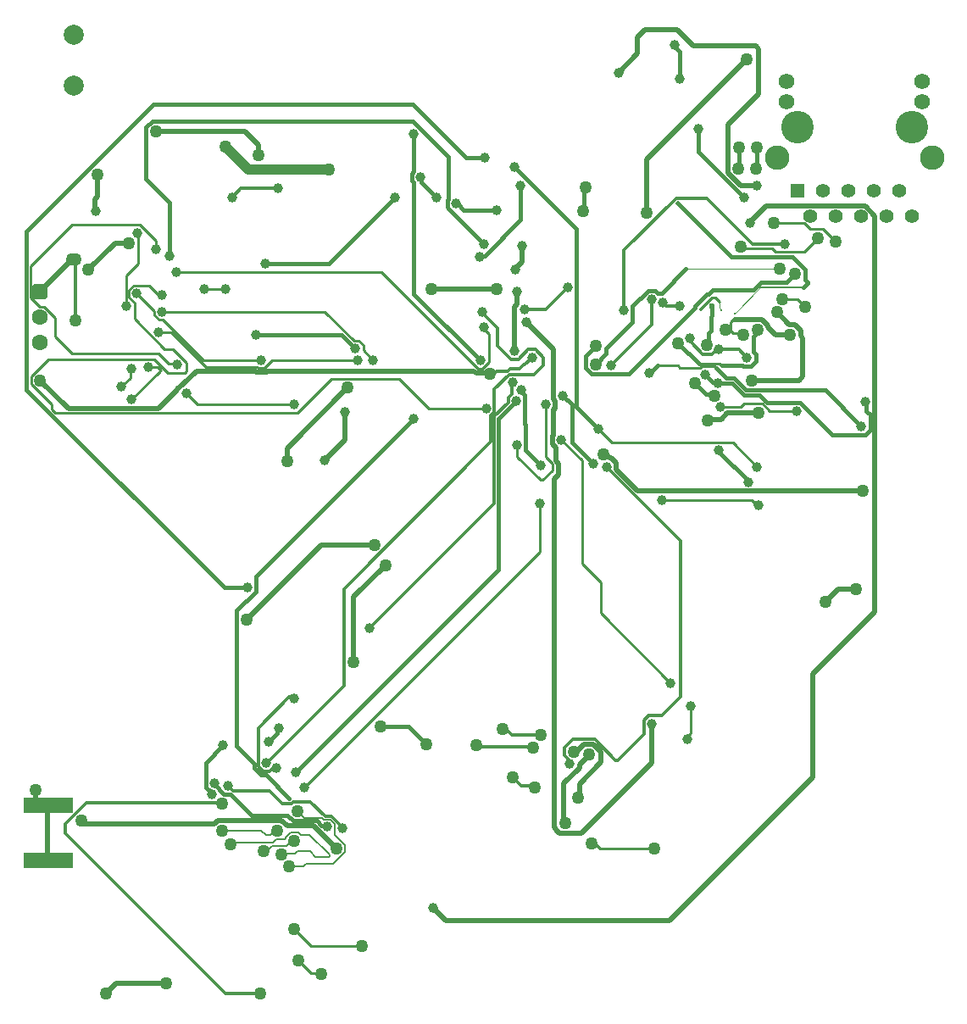
<source format=gbl>
G04*
G04 #@! TF.GenerationSoftware,Altium Limited,Altium Designer,25.8.1 (18)*
G04*
G04 Layer_Physical_Order=2*
G04 Layer_Color=16711680*
%FSLAX44Y44*%
%MOMM*%
G71*
G04*
G04 #@! TF.SameCoordinates,5D46F635-8B12-49F8-90BD-38314D954B60*
G04*
G04*
G04 #@! TF.FilePolarity,Positive*
G04*
G01*
G75*
%ADD11C,0.2000*%
%ADD13C,0.2540*%
%ADD17R,5.0000X1.6000*%
%ADD78C,1.5700*%
%ADD79C,2.4500*%
%ADD82C,1.4000*%
%ADD83R,1.4000X1.4000*%
%ADD84C,3.2500*%
%ADD92C,0.1000*%
%ADD95C,0.5000*%
%ADD96C,0.3000*%
%ADD97C,0.4000*%
%ADD98C,0.1500*%
%ADD101C,1.0000*%
%ADD104C,2.0000*%
G04:AMPARAMS|DCode=105|XSize=1.6mm|YSize=1.6mm|CornerRadius=0.4mm|HoleSize=0mm|Usage=FLASHONLY|Rotation=270.000|XOffset=0mm|YOffset=0mm|HoleType=Round|Shape=RoundedRectangle|*
%AMROUNDEDRECTD105*
21,1,1.6000,0.8000,0,0,270.0*
21,1,0.8000,1.6000,0,0,270.0*
1,1,0.8000,-0.4000,-0.4000*
1,1,0.8000,-0.4000,0.4000*
1,1,0.8000,0.4000,0.4000*
1,1,0.8000,0.4000,-0.4000*
%
%ADD105ROUNDEDRECTD105*%
%ADD106C,1.6000*%
%ADD107C,1.0000*%
%ADD108C,1.2700*%
%ADD109C,0.3000*%
%ADD110C,0.5000*%
%ADD111C,0.6000*%
%ADD112C,0.2000*%
D11*
X267715Y175360D02*
X272695Y180340D01*
X275590D01*
X252992Y175360D02*
X267715D01*
X251279Y185794D02*
X255635Y190150D01*
X258530D01*
X247276Y185794D02*
X251279D01*
X247722Y170090D02*
X252992Y175360D01*
X245039Y170090D02*
X247722D01*
X242570Y190500D02*
X247276Y185794D01*
X203200Y190500D02*
X242570D01*
D13*
X711200Y691001D02*
Y698576D01*
X497840Y563880D02*
X521332Y540388D01*
X497840Y563880D02*
Y575310D01*
X285640Y233680D02*
X520700Y468740D01*
Y516890D01*
X705891Y691001D02*
X711200D01*
X380400Y641834D02*
X410094Y612140D01*
X467360D01*
X576580Y594360D02*
X592940Y578000D01*
X713590D01*
X737870Y553720D01*
X737121Y515620D02*
X739140D01*
X732151Y520590D02*
X737121Y515620D01*
X642620Y520590D02*
X732151D01*
X533550Y550502D02*
Y556938D01*
X523436Y540388D02*
X533550Y550502D01*
X527050Y563438D02*
X533550Y556938D01*
X527050Y563438D02*
Y615950D01*
X470050Y658208D02*
Y686191D01*
X463202Y651360D02*
X470050Y658208D01*
X459062Y651360D02*
X463202D01*
X521332Y540388D02*
X523436D01*
X668020Y281940D02*
Y283959D01*
X671830Y287769D01*
Y314960D01*
X581660Y407670D02*
X651510Y337820D01*
X581660Y407670D02*
Y438150D01*
X562689Y457121D02*
X581660Y438150D01*
X562689Y457121D02*
Y559991D01*
X542290Y580390D02*
X562689Y559991D01*
X344320Y670410D02*
X354330Y660400D01*
X306070Y708660D02*
X335130Y679600D01*
X344320Y670410D02*
Y675048D01*
X335130Y679600D02*
X339768D01*
X344320Y675048D01*
X253558Y660400D02*
X339090D01*
X362392Y748030D02*
X459062Y651360D01*
X157480Y748030D02*
X362392D01*
X143510Y708660D02*
X306070D01*
X137160Y770890D02*
Y779548D01*
X121418Y795290D02*
X137160Y779548D01*
X119610Y757016D02*
Y786110D01*
X118200Y787520D02*
X119610Y786110D01*
X33020Y610870D02*
Y615752D01*
X12470Y636302D02*
X33020Y615752D01*
Y610870D02*
X36130Y607760D01*
X278388D01*
X11820Y754162D02*
X52948Y795290D01*
X11820Y722590D02*
Y754162D01*
X52948Y795290D02*
X121418D01*
X11820Y722590D02*
X21060Y713350D01*
X464820Y691421D02*
Y693420D01*
Y691421D02*
X470050Y686191D01*
X139700Y725170D02*
X143510D01*
X130210Y734660D02*
X139700Y725170D01*
X114892Y734660D02*
X130210D01*
X110340Y730108D02*
X114892Y734660D01*
X110340Y723021D02*
Y730108D01*
Y723021D02*
X115658Y717703D01*
Y701394D02*
Y717703D01*
Y701394D02*
X145632Y671420D01*
X153939D01*
X167640Y657719D01*
Y649188D02*
Y657719D01*
X166152Y647700D02*
X167640Y649188D01*
X149079Y647700D02*
X166152D01*
X135705Y661074D02*
X149079Y647700D01*
X29687Y661074D02*
X135705D01*
X12470Y643858D02*
X29687Y661074D01*
X12470Y636302D02*
Y643858D01*
X278388Y607760D02*
X312462Y641834D01*
X380400D01*
X107300Y744706D02*
X119610Y757016D01*
X107300Y715073D02*
X107888Y714485D01*
X107300Y715073D02*
Y744706D01*
X157860Y656510D02*
X158750Y655620D01*
X149940Y656510D02*
X157860D01*
X139700Y666750D02*
X149940Y656510D01*
X53340Y666750D02*
X139700D01*
X113030Y621030D02*
X141559Y649559D01*
X129380Y653304D02*
X139176D01*
X142240Y650240D01*
X21060Y713350D02*
X25637D01*
X36558Y683532D02*
Y702428D01*
X25637Y713350D02*
X36558Y702428D01*
X167640Y627380D02*
X179070Y615950D01*
X275590D01*
X135740Y705442D02*
X140292Y700890D01*
X118110Y726890D02*
X135740Y709260D01*
X144110Y700890D02*
X184600Y660400D01*
X135740Y705442D02*
Y709260D01*
X140292Y700890D02*
X144110D01*
X245788Y652630D02*
X253558Y660400D01*
X239352Y652630D02*
X245788D01*
X238234Y653748D02*
X239352Y652630D01*
X186953Y653748D02*
X238234D01*
X152361Y688340D02*
X186953Y653748D01*
X139700Y688340D02*
X152361D01*
X184600Y660400D02*
X242570D01*
X36558Y683532D02*
X53340Y666750D01*
X185420Y731520D02*
X207010D01*
X111840Y650320D02*
X113030Y651510D01*
X111840Y642700D02*
Y650320D01*
X102870Y633730D02*
X111840Y642700D01*
X754380Y797560D02*
X784637D01*
X769178Y768350D02*
X784860D01*
X769028Y768200D02*
X769178Y768350D01*
X762442D02*
X762592Y768200D01*
X769028D01*
X756390Y768350D02*
X762442D01*
X681107Y652725D02*
X682209Y653828D01*
X700541Y656868D02*
X702088Y655320D01*
X680577Y656495D02*
X680950Y656868D01*
X696044Y653828D02*
X697147Y652725D01*
X682209Y653828D02*
X696044D01*
X680950Y656868D02*
X700541D01*
X638246Y654930D02*
X658574D01*
X702088Y655320D02*
X703121D01*
X660779Y652725D02*
X681107D01*
X658574Y654930D02*
X660779Y652725D01*
X679545Y656495D02*
X680577D01*
X713847Y687193D02*
X722536D01*
X724007Y685722D01*
X713684Y701059D02*
X715091D01*
X711200Y698576D02*
X713684Y701059D01*
X707043Y689850D02*
X711190D01*
X713847Y687193D01*
X705891Y691001D02*
X707043Y689850D01*
X763270Y721360D02*
X778510D01*
X786130Y713740D01*
X750513Y609600D02*
X777240D01*
X724881Y616751D02*
X743362D01*
X750513Y609600D01*
X721540Y613410D02*
X724881Y616751D01*
X701040Y613410D02*
X721540D01*
X784860Y768350D02*
X798830Y782320D01*
X752580Y772160D02*
X756390Y768350D01*
X721360Y773660D02*
X722860Y772160D01*
X752580D01*
X680720Y711041D02*
X692309Y722630D01*
X696339D01*
X700500Y718469D01*
X803680Y791440D02*
X816610Y778510D01*
X790757Y791440D02*
X803680D01*
X784637Y797560D02*
X790757Y791440D01*
X572770Y177800D02*
X575519D01*
X580599Y172720D01*
X635000D01*
X292515Y74930D02*
X342900D01*
X275080Y92365D02*
X292515Y74930D01*
X300990Y48260D02*
X302260Y46990D01*
X292100Y48260D02*
X300990D01*
X279400Y60960D02*
X292100Y48260D01*
D17*
X29420Y160260D02*
D03*
Y215660D02*
D03*
D78*
X902970Y918230D02*
D03*
Y938530D02*
D03*
X767270Y918230D02*
D03*
Y938530D02*
D03*
D79*
X912620Y862330D02*
D03*
X757620D02*
D03*
D82*
X892270Y803930D02*
D03*
X879570Y829330D02*
D03*
X866870Y803930D02*
D03*
X854170Y829330D02*
D03*
X841470Y803930D02*
D03*
X828770Y829330D02*
D03*
X816070Y803930D02*
D03*
X803370Y829330D02*
D03*
X790670Y803930D02*
D03*
D83*
X777970Y829330D02*
D03*
D84*
Y892830D02*
D03*
X892270D02*
D03*
D92*
X666750Y751840D02*
X760730D01*
X715285Y707099D02*
X740976Y732790D01*
X715082Y707099D02*
X715285D01*
X700500Y712781D02*
Y718469D01*
X702310Y710430D02*
Y710971D01*
X700500Y712781D02*
X702310Y710971D01*
X788526Y737186D02*
Y738014D01*
D95*
X198913Y200850D02*
X262467D01*
X17272Y215660D02*
Y230886D01*
X29210Y160260D02*
Y215660D01*
X294884Y195082D02*
X317246Y172720D01*
X268236Y195082D02*
X294884D01*
X262467Y200850D02*
X268236Y195082D01*
X302514Y475996D02*
X355854D01*
X227838Y401320D02*
X302514Y475996D01*
X457293Y647090D02*
X470510D01*
X471170Y646430D01*
X537210Y559317D02*
Y572742D01*
Y559317D02*
X539750Y556777D01*
Y546100D02*
Y556777D01*
X535390Y541740D02*
X539750Y546100D01*
X535390Y193833D02*
Y541740D01*
X537210Y191103D02*
Y192013D01*
X535390Y193833D02*
X537210Y192013D01*
Y191103D02*
X540543Y187770D01*
X544830Y199030D02*
X545740Y198120D01*
X544830Y199030D02*
Y237490D01*
X533290Y576662D02*
X537210Y572742D01*
X534560Y585388D02*
Y610732D01*
X536050Y612222D01*
Y619678D01*
X533290Y584118D02*
X534560Y585388D01*
X533290Y576662D02*
Y584118D01*
X540543Y187770D02*
X562420D01*
X534560Y621168D02*
Y671050D01*
X507110Y698500D02*
X534560Y671050D01*
Y621168D02*
X536050Y619678D01*
X632460Y257810D02*
Y297180D01*
X562420Y187770D02*
X632460Y257810D01*
X544830Y237490D02*
X560115Y252775D01*
Y256310D01*
X557074Y269240D02*
X564686Y276852D01*
X569509Y265705D02*
Y266502D01*
X573796Y276852D02*
X581850Y268799D01*
Y258704D02*
Y268799D01*
X560115Y256310D02*
X569509Y265705D01*
X564686Y276852D02*
X573796D01*
X597010Y551084D02*
Y557448D01*
X618504Y529590D02*
X843280D01*
X597010Y551084D02*
X618504Y529590D01*
X495300Y669290D02*
Y713768D01*
X497840Y716308D01*
Y728980D01*
X584480Y566076D02*
X586563D01*
X589919Y562720D02*
X591738D01*
X597010Y557448D01*
X586563Y566076D02*
X589919Y562720D01*
X502708Y758061D02*
Y774488D01*
X496570Y751923D02*
X502708Y758061D01*
X496570Y750570D02*
Y751923D01*
X96520Y777240D02*
X110490D01*
X69850Y750570D02*
X96520Y777240D01*
X454905Y649478D02*
X457293Y647090D01*
X248675Y649478D02*
X454905D01*
X247557Y648360D02*
X248675Y649478D01*
X237583Y648360D02*
X247557D01*
X158640Y630572D02*
Y631108D01*
X163912Y636380D01*
X164448D01*
X140098Y612030D02*
X158640Y630572D01*
X164448Y636380D02*
X177546Y649478D01*
X49640Y612030D02*
X140098D01*
X21590Y640080D02*
X49640Y612030D01*
X177546Y649478D02*
X236465D01*
X237583Y648360D01*
X306070Y560070D02*
X326390Y580390D01*
Y608330D01*
X76513Y809947D02*
X77470Y808990D01*
X76513Y809947D02*
Y818837D01*
X76200Y819150D02*
X76513Y818837D01*
X739140Y926132D02*
Y971161D01*
X674370Y974090D02*
X736211D01*
X657860Y990600D02*
X674370Y974090D01*
X736211D02*
X739140Y971161D01*
X721583Y834390D02*
X736600D01*
X737191Y834981D01*
X730624Y797934D02*
X746620Y813930D01*
X730624Y797186D02*
Y797934D01*
X599440Y947420D02*
X618490Y966470D01*
Y982980D01*
X626110Y990600D01*
X657860D01*
X708470Y895462D02*
X739140Y926132D01*
X708470Y847503D02*
Y895462D01*
Y847503D02*
X721583Y834390D01*
X627380Y807720D02*
Y861060D01*
X726984Y960664D01*
X414020Y113030D02*
X426720Y100330D01*
X650240D01*
X793750Y243840D01*
Y346710D01*
X855510Y408470D01*
Y804032D01*
X845612Y813930D02*
X855510Y804032D01*
X746620Y813930D02*
X845612D01*
X775177Y696150D02*
X781240Y690087D01*
X769737Y696150D02*
X775177D01*
X781240Y684647D02*
X783590Y682297D01*
X757503Y708384D02*
X769737Y696150D01*
X781240Y684647D02*
Y690087D01*
X732790Y640080D02*
X779780D01*
X783590Y643890D02*
Y682297D01*
X779780Y640080D02*
X783590Y643890D01*
X748239Y693286D02*
X755724Y685800D01*
X770890D01*
X748239Y693286D02*
Y695069D01*
X727778Y701132D02*
X742176D01*
X748239Y695069D01*
X727706Y701059D02*
X727778Y701132D01*
X715091Y701059D02*
X727706D01*
X707989Y607631D02*
X739584D01*
X701631Y601273D02*
X707989Y607631D01*
X690173Y601273D02*
X701631D01*
X688700Y599800D02*
X690173Y601273D01*
X819150Y431800D02*
X836930D01*
X806450Y419100D02*
X819150Y431800D01*
X21590Y728980D02*
X53340Y760730D01*
X29210Y215660D02*
X29420D01*
X17272D02*
X29210D01*
Y160260D02*
X29420D01*
X97790Y38100D02*
X147320D01*
X87630Y27940D02*
X97790Y38100D01*
X560223Y237077D02*
X581850Y258704D01*
X560223Y224993D02*
Y237077D01*
X558750Y223520D02*
X560223Y224993D01*
X554990Y269240D02*
X557074D01*
X63104Y200294D02*
X66040Y197358D01*
X195421Y197358D02*
X198913Y200850D01*
X66040Y197358D02*
X195421D01*
X268224Y559562D02*
Y572008D01*
X328930Y632714D01*
X334264Y358648D02*
Y423672D01*
X366268Y455676D01*
X411988Y731012D02*
X477774D01*
X239776Y865378D02*
Y875030D01*
X225806Y889000D02*
X239776Y875030D01*
X137160Y889000D02*
X225806D01*
X76200Y819150D02*
Y821234D01*
X78740Y823774D01*
Y845820D01*
D96*
X57150Y699770D02*
Y760730D01*
X306230Y204310D02*
X312752D01*
X291258Y219282D02*
X306230Y204310D01*
X312752D02*
X323110Y193952D01*
Y193040D02*
Y193952D01*
X202332Y218333D02*
X203382Y217283D01*
X214365Y229870D02*
X250767D01*
X263427Y217210D02*
X272598D01*
X56420Y206833D02*
X67921Y218333D01*
X202332D01*
X250767Y229870D02*
X263427Y217210D01*
X208782Y235452D02*
X214365Y229870D01*
X489370Y617886D02*
Y623196D01*
X492380Y626206D01*
Y636740D01*
X475360Y603877D02*
X489370Y617886D01*
X475360Y517270D02*
Y603877D01*
X350520Y392430D02*
X475360Y517270D01*
X324914Y431833D02*
X471860Y578779D01*
Y605326D01*
X475360Y608826D01*
X247713Y257873D02*
X324914Y335074D01*
Y431833D01*
X274320Y323850D02*
X275590Y322580D01*
X270510Y323850D02*
X274320D01*
X239524Y292864D02*
X270510Y323850D01*
X239524Y254559D02*
Y292864D01*
Y254559D02*
X244210Y249873D01*
X250838D01*
X252355Y251391D01*
X256471D01*
X257810Y252730D01*
X247524Y257873D02*
X247713D01*
X473026Y648286D02*
X477093D01*
X477777Y648970D02*
X488347D01*
X490887Y651510D01*
X471170Y646430D02*
X473026Y648286D01*
X477093D02*
X477777Y648970D01*
X500349Y651510D02*
X504430Y655592D01*
X490887Y651510D02*
X500349D01*
X463550Y707390D02*
Y708660D01*
Y707390D02*
X478403Y692537D01*
Y674873D02*
Y692537D01*
Y674873D02*
X491986Y661290D01*
X499321D01*
X508794Y670763D01*
X516129D01*
X524510Y662382D01*
Y655320D02*
Y662382D01*
X515225Y646035D02*
X524510Y655320D01*
X490361Y646035D02*
X515225D01*
X475360Y631033D02*
X490361Y646035D01*
X475360Y608826D02*
Y631033D01*
X492380Y636740D02*
X493675Y638035D01*
X504430Y655592D02*
X505643D01*
X274669Y219282D02*
X291258D01*
X272598Y217210D02*
X274669Y219282D01*
X505643Y655592D02*
X512815Y662763D01*
X598659Y260839D02*
X624460Y286640D01*
X596174Y260839D02*
X598659D01*
X661670Y323850D02*
Y480060D01*
X575660Y281352D02*
X596174Y260839D01*
X643000Y305180D02*
X661670Y323850D01*
X629146Y305180D02*
X643000D01*
X624460Y300494D02*
X629146Y305180D01*
X624460Y286640D02*
Y300494D01*
X588010Y553720D02*
X661670Y480060D01*
X550630Y259403D02*
X551117Y259890D01*
X550630Y257152D02*
Y259403D01*
X553879Y281352D02*
X575660D01*
X545640Y265367D02*
X549291Y261716D01*
Y260386D02*
X549786Y259890D01*
X545640Y265367D02*
Y273113D01*
X549786Y259890D02*
X551117D01*
X545640Y273113D02*
X553879Y281352D01*
X549291Y260386D02*
Y261716D01*
X591820Y655320D02*
X632460Y695960D01*
Y721360D01*
X604520Y709860D02*
Y769835D01*
X643293Y717501D02*
X646647Y714147D01*
X505460Y711200D02*
X527050D01*
X548640Y732790D01*
X213360Y822960D02*
X222250Y831850D01*
X259080D01*
X604520Y769835D02*
X656835Y822150D01*
X687286D01*
X733465Y775970D01*
X765810D01*
X646647Y714147D02*
X660748D01*
X670720Y682460D02*
X672059Y681121D01*
Y677600D02*
Y681121D01*
Y677600D02*
X683686Y665973D01*
X692831D01*
X697713Y670854D01*
X699607D01*
X719796D01*
X727710Y662940D01*
X494030Y243840D02*
X502334Y235536D01*
X513764D02*
X515620Y233680D01*
X502334Y235536D02*
X513764D01*
X483870Y292100D02*
X486495D01*
X492845Y285750D01*
X521970D01*
X458470Y274320D02*
X513080D01*
X207010Y27940D02*
X241300D01*
X46990Y187960D02*
X207010Y27940D01*
X46990Y187960D02*
Y197402D01*
X56420Y206832D01*
Y206833D01*
D97*
X307462Y195458D02*
X308610Y194310D01*
X302382Y195458D02*
X307462D01*
X297758Y200082D02*
X302382Y195458D01*
X274387Y200082D02*
X297758D01*
X268619Y205850D02*
X274387Y200082D01*
X232728Y205850D02*
X268619D01*
X211625Y226952D02*
X232728Y205850D01*
X205261Y226952D02*
X211625D01*
X195580Y236634D02*
X205261Y226952D01*
X195580Y236634D02*
Y237490D01*
X187080Y233668D02*
Y258200D01*
Y233668D02*
X192791Y227957D01*
Y226333D02*
Y227957D01*
X187080Y258200D02*
X204470Y275590D01*
X258451Y291471D02*
X259599Y292619D01*
X258451Y287661D02*
Y291471D01*
X250190Y279400D02*
X258451Y287661D01*
X217988Y274772D02*
Y410307D01*
Y274772D02*
X235524Y257236D01*
Y252902D02*
X242554Y245873D01*
X235524Y252902D02*
Y257236D01*
X217988Y410307D02*
X237100Y429419D01*
X479360Y601873D02*
X497369Y619882D01*
X479360Y451420D02*
Y601873D01*
X276860Y248920D02*
X479360Y451420D01*
X505870Y596314D02*
X506340Y595843D01*
X502374Y628612D02*
X505870Y625117D01*
Y596314D02*
Y625117D01*
X502374Y628612D02*
Y630236D01*
X506340Y570620D02*
Y595843D01*
Y570620D02*
X521970Y554990D01*
X246887Y245873D02*
X270510Y222250D01*
X242554Y245873D02*
X246887D01*
X134660Y915670D02*
X393700D01*
X447040Y862330D01*
X466090D01*
X8050Y630508D02*
X205488Y433070D01*
X8050Y789060D02*
X134660Y915670D01*
X8050Y630508D02*
Y789060D01*
X205488Y433070D02*
X228600D01*
X394970Y726440D02*
X461132Y660278D01*
X552640Y578200D02*
Y615760D01*
Y578200D02*
X573977Y556863D01*
X543560Y624840D02*
X552640Y615760D01*
X613020Y713941D02*
X628939Y729860D01*
X613020Y698110D02*
Y713941D01*
X586776Y671866D02*
X613020Y698110D01*
X635981Y729860D02*
X638521Y727320D01*
X628939Y729860D02*
X635981D01*
X638521Y727320D02*
X642230D01*
X586776Y666602D02*
Y671866D01*
X642230Y727320D02*
X666750Y751840D01*
X576477Y656304D02*
X586776Y666602D01*
X237100Y429419D02*
Y444110D01*
X394970Y601980D01*
X322580Y685800D02*
X336550Y671830D01*
X237490Y685800D02*
X322580D01*
X246380Y756920D02*
X309880D01*
X375920Y822960D01*
X401320Y843280D02*
X402468Y842132D01*
Y838322D02*
Y842132D01*
Y838322D02*
X417830Y822960D01*
X436880Y816610D02*
X438504D01*
X444854Y810260D01*
X477520D01*
X151130Y764540D02*
Y817712D01*
X127310Y841532D02*
X151130Y817712D01*
X127310Y841532D02*
Y893080D01*
X394970Y726440D02*
Y837609D01*
X392820Y846801D02*
X394970Y848951D01*
X392820Y839759D02*
Y846801D01*
Y839759D02*
X394970Y837609D01*
Y848951D02*
Y886107D01*
X393938Y899160D02*
X429321Y863777D01*
X133390Y899160D02*
X393938D01*
X429321Y821072D02*
Y863777D01*
X428380Y813089D02*
Y820131D01*
X429321Y821072D01*
Y811469D02*
Y812148D01*
X428380Y813089D02*
X429321Y812148D01*
X557140Y613800D02*
X576580Y594360D01*
X557140Y613800D02*
Y791600D01*
X461010Y763270D02*
X462158Y764418D01*
X465289D01*
X501678Y800807D01*
Y834362D01*
X495300Y853440D02*
X557140Y791600D01*
X566627Y664001D02*
X576926Y674300D01*
X566627Y652224D02*
Y664001D01*
Y652224D02*
X572397Y646454D01*
X394793Y886283D02*
X394970Y886107D01*
X127310Y893080D02*
X133390Y899160D01*
X429321Y811469D02*
X464820Y775970D01*
X655320Y973736D02*
Y975360D01*
Y973736D02*
X660400Y968656D01*
Y941070D02*
Y968656D01*
X679450Y868680D02*
Y891540D01*
Y868680D02*
X725170Y822960D01*
X737235Y871855D02*
X737870Y872490D01*
X736600Y851790D02*
X737235Y852425D01*
Y871855D01*
X685858Y646058D02*
X693421Y638495D01*
X686780Y626568D02*
X693629D01*
X695293Y624903D01*
X707292Y642580D02*
X714415D01*
X685427Y646058D02*
X685858D01*
X697147Y652725D02*
X707292Y642580D01*
X693421Y638495D02*
X697545D01*
X675789Y637559D02*
X686780Y626568D01*
X659130Y676910D02*
X679545Y656495D01*
X572397Y646454D02*
X609664D01*
X675680Y712470D01*
Y714591D01*
X741460Y737870D02*
X766806D01*
X693460Y730250D02*
X733840D01*
X741460Y737870D01*
X766806D02*
X775696Y746760D01*
X775970D01*
X689570Y726360D02*
X693460Y730250D01*
X687449Y726360D02*
X689570D01*
X675680Y714591D02*
X687449Y726360D01*
X728980Y538590D02*
Y539805D01*
X699770Y569015D02*
Y570230D01*
Y569015D02*
X728980Y539805D01*
X687559Y675323D02*
X689224Y676988D01*
Y687382D02*
X691515Y689673D01*
Y703632D01*
X689224Y676988D02*
Y687382D01*
X733857Y668814D02*
X736210Y666461D01*
X724189Y654440D02*
X731231D01*
X703121Y655320D02*
X723309D01*
X733857Y668814D02*
Y683826D01*
X723309Y655320D02*
X724189Y654440D01*
X731231D02*
X736210Y659419D01*
Y666461D01*
X714415Y642580D02*
X726765Y630230D01*
X747963Y617481D02*
X773101D01*
X813001Y585860D02*
X845531D01*
X773719Y618100D02*
X780761D01*
X813001Y585860D01*
X724901Y625730D02*
X739714D01*
X773101Y617481D02*
X773719Y618100D01*
X713091Y637540D02*
X724901Y625730D01*
X739714D02*
X747963Y617481D01*
X697545Y638495D02*
X698500Y637540D01*
X629920Y647700D02*
X631016D01*
X698693Y637347D02*
X698887Y637540D01*
X713091D01*
X631016Y647700D02*
X638246Y654930D01*
X845820Y618490D02*
X846968Y617342D01*
Y609722D02*
Y617342D01*
Y609722D02*
X850510Y606180D01*
Y590839D02*
Y606180D01*
X845531Y585860D02*
X850510Y590839D01*
X726765Y630230D02*
X806140D01*
X842010Y594360D01*
X784130Y732790D02*
X788526Y737186D01*
X786130Y740410D02*
X788526Y738014D01*
X711930Y763810D02*
X772850D01*
X786130Y740410D02*
Y750530D01*
X772850Y763810D02*
X786130Y750530D01*
X659130Y816610D02*
X711930Y763810D01*
X691515Y703632D02*
X692528Y704645D01*
Y714632D01*
X563880Y808990D02*
X565150Y810260D01*
Y831850D02*
X566420Y833120D01*
X565150Y810260D02*
Y831850D01*
X733857Y683826D02*
X738174Y688142D01*
Y690497D01*
X718820Y851790D02*
X719455Y852425D01*
Y871855D01*
X720090Y872490D01*
X361950Y294640D02*
X389890D01*
X407670Y276860D01*
D98*
X315860Y186268D02*
Y197313D01*
X305091Y201560D02*
X311613D01*
X315860Y186268D02*
X325846Y176282D01*
X285618Y203332D02*
X303319D01*
X311613Y201560D02*
X315860Y197313D01*
X303319Y203332D02*
X305091Y201560D01*
X279018Y209932D02*
X285618Y203332D01*
X290611Y186400D02*
X310770Y166241D01*
X281692Y186400D02*
X290611D01*
X278467Y209932D02*
X279018D01*
X740976Y732790D02*
X784130D01*
X457200Y275590D02*
X458470Y274320D01*
X513080D02*
X514350Y273050D01*
X241566Y178780D02*
X254300D01*
X213766Y178206D02*
X240993D01*
X241566Y178780D01*
X257070Y181550D02*
X265908D01*
X270510Y154940D02*
X284480D01*
X254300Y178780D02*
X257070Y181550D01*
X263217Y167450D02*
X276132D01*
X262277Y166510D02*
X263217Y167450D01*
X284480Y154940D02*
X287020Y157480D01*
X276132Y167450D02*
X278289Y169606D01*
X272028Y188940D02*
X279152D01*
X265908Y181550D02*
X266990Y182632D01*
Y183902D01*
X272028Y188940D01*
X279152D02*
X281692Y186400D01*
X278289Y169606D02*
X291039D01*
X296525Y164120D01*
X287020Y157480D02*
X314168D01*
X325846Y169158D01*
Y176282D01*
X296525Y164120D02*
X309891D01*
X310770Y164999D02*
Y166241D01*
X309891Y164120D02*
X310770Y164999D01*
X212090Y176530D02*
X213766Y178206D01*
D101*
X206738Y873760D02*
X229598Y850900D01*
X309880D01*
D104*
X55150Y934720D02*
D03*
Y985520D02*
D03*
D105*
X21590Y728980D02*
D03*
D106*
Y703580D02*
D03*
Y678180D02*
D03*
D107*
X308610Y194310D02*
D03*
X195580Y237490D02*
D03*
X323110Y193040D02*
D03*
X192791Y226333D02*
D03*
X259599Y292619D02*
D03*
X250190Y279400D02*
D03*
X204470Y275590D02*
D03*
X208782Y235452D02*
D03*
X497369Y619882D02*
D03*
X276860Y248920D02*
D03*
X502374Y630236D02*
D03*
X275590Y322580D02*
D03*
X257810Y252730D02*
D03*
X247524Y257873D02*
D03*
X463550Y708660D02*
D03*
X493675Y638035D02*
D03*
X350520Y392430D02*
D03*
X466090Y862330D02*
D03*
X228600Y433070D02*
D03*
X737870Y553720D02*
D03*
X739140Y515620D02*
D03*
X642620Y520590D02*
D03*
X520700Y516890D02*
D03*
X285640Y233680D02*
D03*
X521970Y554990D02*
D03*
X461132Y660278D02*
D03*
X497840Y575310D02*
D03*
X527050Y615950D02*
D03*
X512815Y662763D02*
D03*
X668020Y281940D02*
D03*
X671830Y314960D02*
D03*
X651510Y337820D02*
D03*
X632460Y297180D02*
D03*
X542290Y580390D02*
D03*
X507110Y698500D02*
D03*
X543560Y624840D02*
D03*
X495300Y669290D02*
D03*
X497840Y728980D02*
D03*
X550630Y257152D02*
D03*
X588010Y553720D02*
D03*
X591820Y655320D02*
D03*
X632460Y721360D02*
D03*
X502708Y774488D02*
D03*
X643293Y717501D02*
D03*
X604520Y709860D02*
D03*
X496570Y750570D02*
D03*
X394970Y601980D02*
D03*
X336550Y671830D02*
D03*
X237490Y685800D02*
D03*
X246380Y756920D02*
D03*
X375920Y822960D02*
D03*
X401320Y843280D02*
D03*
X417830Y822960D02*
D03*
X436880Y816610D02*
D03*
X477520Y810260D02*
D03*
X118200Y787520D02*
D03*
X573977Y556863D02*
D03*
X461010Y763270D02*
D03*
X501678Y834362D02*
D03*
X579120Y591820D02*
D03*
X495300Y853440D02*
D03*
X394793Y886283D02*
D03*
X464820Y693420D02*
D03*
X157480Y748030D02*
D03*
X143510Y725170D02*
D03*
X467360Y612140D02*
D03*
X158750Y655620D02*
D03*
X167640Y627380D02*
D03*
X339090Y660400D02*
D03*
X151130Y764540D02*
D03*
X464820Y775970D02*
D03*
X354330Y660400D02*
D03*
X143510Y708660D02*
D03*
X139700Y688340D02*
D03*
X242570Y660400D02*
D03*
X107888Y714485D02*
D03*
X118110Y726890D02*
D03*
X275590Y615950D02*
D03*
X137160Y770890D02*
D03*
X185420Y731520D02*
D03*
X306070Y560070D02*
D03*
X326390Y608330D02*
D03*
X505460Y711200D02*
D03*
X548640Y732790D02*
D03*
X259080Y831850D02*
D03*
X213360Y822960D02*
D03*
X77470Y808990D02*
D03*
X113030Y621030D02*
D03*
X129380Y653304D02*
D03*
X113030Y651510D02*
D03*
X102870Y633730D02*
D03*
X207010Y731520D02*
D03*
X655320Y975360D02*
D03*
X660400Y941070D02*
D03*
X679450Y891540D02*
D03*
X725170Y822960D02*
D03*
X737191Y834981D02*
D03*
X730624Y797186D02*
D03*
X599440Y947420D02*
D03*
X414020Y113030D02*
D03*
X765810Y775970D02*
D03*
X660748Y714147D02*
D03*
X670720Y682460D02*
D03*
X685427Y646058D02*
D03*
X728980Y538590D02*
D03*
X699770Y570230D02*
D03*
X727710Y662940D02*
D03*
X699607Y670854D02*
D03*
X777240Y609600D02*
D03*
X701040Y613410D02*
D03*
X698693Y637347D02*
D03*
X845820Y618490D02*
D03*
X629920Y647700D02*
D03*
X842010Y594360D02*
D03*
D108*
X203382Y217283D02*
D03*
X278467Y209932D02*
D03*
X355854Y475996D02*
D03*
X227838Y401320D02*
D03*
X471170Y646430D02*
D03*
X545740Y198120D02*
D03*
X569509Y266502D02*
D03*
X584480Y566076D02*
D03*
X110490Y777240D02*
D03*
X736600Y851790D02*
D03*
X754380Y797560D02*
D03*
X675789Y637559D02*
D03*
X775970Y746760D02*
D03*
X576926Y674300D02*
D03*
X695293Y624903D02*
D03*
X760730Y751840D02*
D03*
X576477Y656304D02*
D03*
X732790Y640080D02*
D03*
X757503Y708384D02*
D03*
X770890Y685800D02*
D03*
X724007Y685722D02*
D03*
X705891Y691001D02*
D03*
X739584Y607631D02*
D03*
X688700Y599800D02*
D03*
X836930Y431800D02*
D03*
X806450Y419100D02*
D03*
X515620Y233680D02*
D03*
X494030Y243840D02*
D03*
X57150Y760730D02*
D03*
X53340D02*
D03*
X57150Y699770D02*
D03*
X275590Y180340D02*
D03*
X258530Y190150D02*
D03*
X245039Y170090D02*
D03*
X203200Y190500D02*
D03*
X17272Y230886D02*
D03*
X147320Y38100D02*
D03*
X87630Y27940D02*
D03*
X843280Y529590D02*
D03*
X763270Y721360D02*
D03*
X786130Y713740D02*
D03*
X687559Y675323D02*
D03*
X721360Y773660D02*
D03*
X566420Y833120D02*
D03*
X563880Y808990D02*
D03*
X738174Y690497D02*
D03*
X718820Y851790D02*
D03*
X720090Y872490D02*
D03*
X737870D02*
D03*
X659130Y676910D02*
D03*
X726984Y960664D02*
D03*
X816610Y778510D02*
D03*
X798830Y782320D02*
D03*
X627380Y807720D02*
D03*
X361950Y294640D02*
D03*
X407670Y276860D02*
D03*
X558750Y223520D02*
D03*
X554990Y269240D02*
D03*
X483870Y292100D02*
D03*
X521970Y285750D02*
D03*
X572770Y177800D02*
D03*
X635000Y172720D02*
D03*
X457200Y275590D02*
D03*
X514350Y273050D02*
D03*
X241300Y27940D02*
D03*
X63104Y200294D02*
D03*
X270510Y154940D02*
D03*
X262277Y166510D02*
D03*
X212090Y176530D02*
D03*
X342900Y74930D02*
D03*
X275080Y92365D02*
D03*
X302260Y46990D02*
D03*
X279400Y60960D02*
D03*
X69850Y750570D02*
D03*
X317246Y172720D02*
D03*
X268224Y559562D02*
D03*
X328930Y632714D02*
D03*
X334264Y358648D02*
D03*
X366268Y455676D02*
D03*
X21590Y640080D02*
D03*
X477774Y731012D02*
D03*
X411988D02*
D03*
X239776Y865378D02*
D03*
X137160Y889000D02*
D03*
X78740Y845820D02*
D03*
X206738Y873760D02*
D03*
X309880Y850900D02*
D03*
D109*
X270510Y222250D02*
D03*
X715082Y707099D02*
D03*
X702310Y710430D02*
D03*
D110*
X659130Y816610D02*
D03*
D111*
X692528Y714632D02*
D03*
D112*
X680720Y711041D02*
D03*
M02*

</source>
